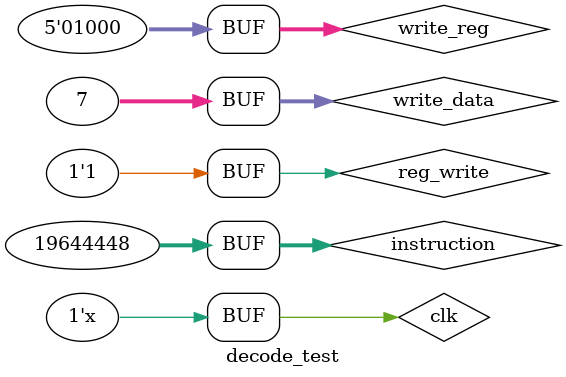
<source format=v>
`timescale 1ns / 1ps


module decode_test;

	// Inputs
	reg clk;
	reg [31:0] instruction;
	reg reg_write;
	reg [4:0] write_reg;
	reg [31:0] write_data;

	// Outputs
	wire [31:0] read_data_1;
	wire [31:0] read_data_2;
	wire [31:0] sign_extended_immediate;
	wire [4:0] rt;
	wire [4:0] rd;
	wire [4:0] opcode;

	initial clk = 0;
	always #25 clk = ~clk;
	// Instantiate the Unit Under Test (UUT)
	decode_module uut (
		.clk(clk), 
		.instruction(instruction), 
		.reg_write(reg_write), 
		.write_reg(write_reg), 
		.write_data(write_data), 
		.read_data_1(read_data_1), 
		.read_data_2(read_data_2), 
		.sign_extended_immediate(sign_extended_immediate), 
		.rt(rt), 
		.rd(rd),
		.opcode(opcode)
	);

	initial begin
		// Initialize Inputs
		instruction = 32'b00000001001010100100000000100000;
		reg_write = 0;
		write_reg = 0;
		write_data = 0;

		// Wait 100 ns for global reset to finish
		#100;
		instruction = 32'b00000001001010111100000000100000;
		reg_write = 1;
		write_reg = 8;
		write_data = 7;
        
		// Add stimulus here

	end
      
endmodule


</source>
